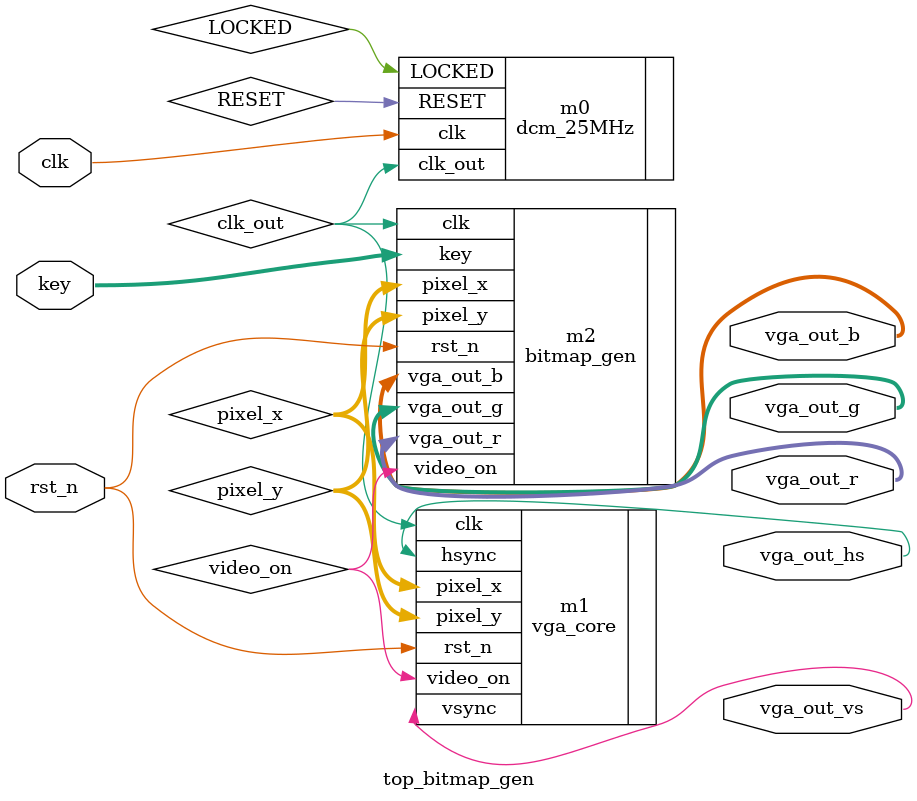
<source format=v>
`timescale 1ns / 1ps

module top_bitmap_gen
	(
		input clk, rst_n,
		input[3:0] key,
		output[4:0] vga_out_r,
		output[5:0] vga_out_g,
		output[4:0] vga_out_b,
		output vga_out_vs,vga_out_hs
    );
	 
	wire clk_out;
	wire video_on;
	wire[11:0] pixel_x,pixel_y;
	dcm_25MHz m0
   (// Clock in ports
		 .clk(clk),      // IN
		 // Clock out ports
		 .clk_out(clk_out),     // OUT
		 // Status and control signals
		 .RESET(RESET),// IN
		 .LOCKED(LOCKED)
	 );
	 vga_core m1
	(
		.clk(clk_out),
		.rst_n(rst_n), //clock must be 25MHz for 640x480 
		.hsync(vga_out_hs),
		.vsync(vga_out_vs),
		.video_on(video_on),
		.pixel_x(pixel_x),
		.pixel_y(pixel_y)
    );
	 
	 bitmap_gen m2 
	 (
		.clk(clk_out),
		.rst_n(rst_n),
		.key(key),
		.video_on(video_on),
		.pixel_x(pixel_x),
		.pixel_y(pixel_y),
		.vga_out_r(vga_out_r),
		.vga_out_g(vga_out_g),
		.vga_out_b(vga_out_b)
    );	
	 
	 
	 
endmodule 







</source>
